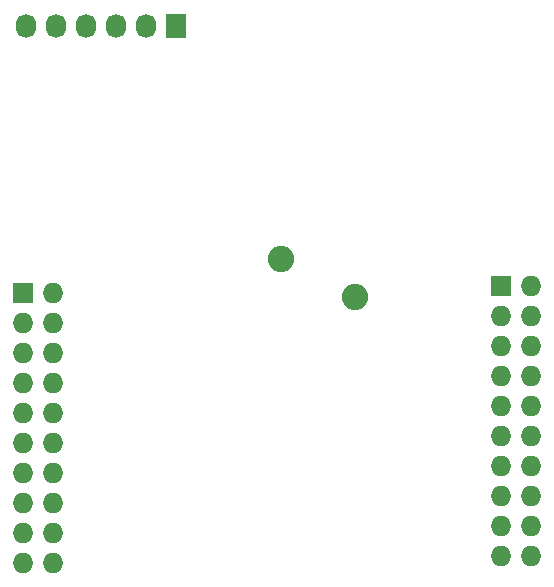
<source format=gbs>
%FSLAX46Y46*%
G04 Gerber Fmt 4.6, Leading zero omitted, Abs format (unit mm)*
G04 Created by KiCad (PCBNEW (2014-jul-16 BZR unknown)-product) date Tue 30 Sep 2014 11:17:44 AM MDT*
%MOMM*%
G01*
G04 APERTURE LIST*
%ADD10C,0.100000*%
%ADD11R,1.727200X2.032000*%
%ADD12O,1.727200X2.032000*%
%ADD13R,1.727200X1.727200*%
%ADD14O,1.727200X1.727200*%
%ADD15O,2.235200X2.235200*%
G04 APERTURE END LIST*
D10*
D11*
X143970000Y-74620000D03*
D12*
X141430000Y-74620000D03*
X138890000Y-74620000D03*
X136350000Y-74620000D03*
X133810000Y-74620000D03*
X131270000Y-74620000D03*
D13*
X131090000Y-97190000D03*
D14*
X133630000Y-97190000D03*
X131090000Y-99730000D03*
X133630000Y-99730000D03*
X131090000Y-102270000D03*
X133630000Y-102270000D03*
X131090000Y-104810000D03*
X133630000Y-104810000D03*
X131090000Y-107350000D03*
X133630000Y-107350000D03*
X131090000Y-109890000D03*
X133630000Y-109890000D03*
X131090000Y-112430000D03*
X133630000Y-112430000D03*
X131090000Y-114970000D03*
X133630000Y-114970000D03*
X131090000Y-117510000D03*
X133630000Y-117510000D03*
X131090000Y-120050000D03*
X133630000Y-120050000D03*
D13*
X171505000Y-96645000D03*
D14*
X174045000Y-96645000D03*
X171505000Y-99185000D03*
X174045000Y-99185000D03*
X171505000Y-101725000D03*
X174045000Y-101725000D03*
X171505000Y-104265000D03*
X174045000Y-104265000D03*
X171505000Y-106805000D03*
X174045000Y-106805000D03*
X171505000Y-109345000D03*
X174045000Y-109345000D03*
X171505000Y-111885000D03*
X174045000Y-111885000D03*
X171505000Y-114425000D03*
X174045000Y-114425000D03*
X171505000Y-116965000D03*
X174045000Y-116965000D03*
X171505000Y-119505000D03*
X174045000Y-119505000D03*
D15*
X159140000Y-97570000D03*
X152875000Y-94325000D03*
M02*

</source>
